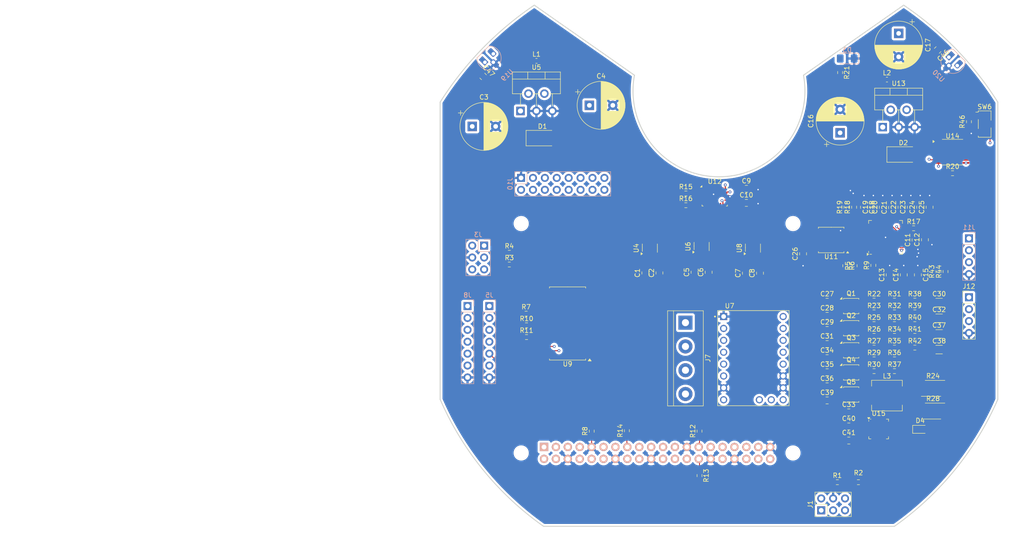
<source format=kicad_pcb>
(kicad_pcb
	(version 20240108)
	(generator "pcbnew")
	(generator_version "8.0")
	(general
		(thickness 1.6)
		(legacy_teardrops no)
	)
	(paper "A4")
	(layers
		(0 "F.Cu" signal)
		(1 "In1.Cu" signal)
		(2 "In2.Cu" signal)
		(31 "B.Cu" signal)
		(32 "B.Adhes" user "B.Adhesive")
		(33 "F.Adhes" user "F.Adhesive")
		(34 "B.Paste" user)
		(35 "F.Paste" user)
		(36 "B.SilkS" user "B.Silkscreen")
		(37 "F.SilkS" user "F.Silkscreen")
		(38 "B.Mask" user)
		(39 "F.Mask" user)
		(40 "Dwgs.User" user "User.Drawings")
		(41 "Cmts.User" user "User.Comments")
		(42 "Eco1.User" user "User.Eco1")
		(43 "Eco2.User" user "User.Eco2")
		(44 "Edge.Cuts" user)
		(45 "Margin" user)
		(46 "B.CrtYd" user "B.Courtyard")
		(47 "F.CrtYd" user "F.Courtyard")
		(48 "B.Fab" user)
		(49 "F.Fab" user)
		(50 "User.1" user)
		(51 "User.2" user)
		(52 "User.3" user)
		(53 "User.4" user)
		(54 "User.5" user)
		(55 "User.6" user)
		(56 "User.7" user)
		(57 "User.8" user)
		(58 "User.9" user)
	)
	(setup
		(stackup
			(layer "F.SilkS"
				(type "Top Silk Screen")
			)
			(layer "F.Paste"
				(type "Top Solder Paste")
			)
			(layer "F.Mask"
				(type "Top Solder Mask")
				(thickness 0.01)
			)
			(layer "F.Cu"
				(type "copper")
				(thickness 0.035)
			)
			(layer "dielectric 1"
				(type "prepreg")
				(thickness 0.1)
				(material "FR4")
				(epsilon_r 4.5)
				(loss_tangent 0.02)
			)
			(layer "In1.Cu"
				(type "copper")
				(thickness 0.035)
			)
			(layer "dielectric 2"
				(type "core")
				(thickness 1.24)
				(material "FR4")
				(epsilon_r 4.5)
				(loss_tangent 0.02)
			)
			(layer "In2.Cu"
				(type "copper")
				(thickness 0.035)
			)
			(layer "dielectric 3"
				(type "prepreg")
				(thickness 0.1)
				(material "FR4")
				(epsilon_r 4.5)
				(loss_tangent 0.02)
			)
			(layer "B.Cu"
				(type "copper")
				(thickness 0.035)
			)
			(layer "B.Mask"
				(type "Bottom Solder Mask")
				(thickness 0.01)
			)
			(layer "B.Paste"
				(type "Bottom Solder Paste")
			)
			(layer "B.SilkS"
				(type "Bottom Silk Screen")
			)
			(copper_finish "None")
			(dielectric_constraints no)
		)
		(pad_to_mask_clearance 0)
		(allow_soldermask_bridges_in_footprints no)
		(pcbplotparams
			(layerselection 0x00010fc_ffffffff)
			(plot_on_all_layers_selection 0x0000000_00000000)
			(disableapertmacros no)
			(usegerberextensions no)
			(usegerberattributes yes)
			(usegerberadvancedattributes yes)
			(creategerberjobfile yes)
			(dashed_line_dash_ratio 12.000000)
			(dashed_line_gap_ratio 3.000000)
			(svgprecision 4)
			(plotframeref no)
			(viasonmask no)
			(mode 1)
			(useauxorigin no)
			(hpglpennumber 1)
			(hpglpenspeed 20)
			(hpglpendiameter 15.000000)
			(pdf_front_fp_property_popups yes)
			(pdf_back_fp_property_popups yes)
			(dxfpolygonmode yes)
			(dxfimperialunits yes)
			(dxfusepcbnewfont yes)
			(psnegative no)
			(psa4output no)
			(plotreference yes)
			(plotvalue yes)
			(plotfptext yes)
			(plotinvisibletext no)
			(sketchpadsonfab no)
			(subtractmaskfromsilk no)
			(outputformat 1)
			(mirror no)
			(drillshape 1)
			(scaleselection 1)
			(outputdirectory "")
		)
	)
	(net 0 "")
	(net 1 "+5V")
	(net 2 "-BATT")
	(net 3 "Net-(M1-+)")
	(net 4 "VBUS")
	(net 5 "Net-(J5-Pin_2)")
	(net 6 "Net-(J8-Pin_2)")
	(net 7 "Net-(U12-CAP)")
	(net 8 "+3.3V")
	(net 9 "Net-(C11-Pad2)")
	(net 10 "Net-(U10-XIN)")
	(net 11 "Net-(U10-VREG_VOUT)")
	(net 12 "Net-(D1-K)")
	(net 13 "Net-(D2-K)")
	(net 14 "Bumper-F-R")
	(net 15 "US-Dist-Echo-Front")
	(net 16 "US-Dist-Trig-Front")
	(net 17 "Bumper-F-L")
	(net 18 "Bumper-B-R")
	(net 19 "US-Dist-Echo-Back")
	(net 20 "US-Dist-Trig-Back")
	(net 21 "Bumper-B-L")
	(net 22 "BottleDoor-UserButton-1")
	(net 23 "BottleDoor-Contact-1")
	(net 24 "BottleDoor-User-LED-1")
	(net 25 "BottleDoor-ServoPWM-1")
	(net 26 "Net-(J7-Pin_3)")
	(net 27 "Net-(J7-Pin_4)")
	(net 28 "Net-(J7-Pin_2)")
	(net 29 "Net-(J7-Pin_1)")
	(net 30 "BottleDoor-UserButton-2")
	(net 31 "BottleDoor-Contact-2")
	(net 32 "BottleDoor-User-LED-2")
	(net 33 "BottleDoor-ServoPWM-2")
	(net 34 "Net-(Q1-G)")
	(net 35 "Net-(Q2-D)")
	(net 36 "unconnected-(J10-Pin_9-Pad9)")
	(net 37 "Net-(U15-ACN)")
	(net 38 "unconnected-(J10-Pin_3-Pad3)")
	(net 39 "unconnected-(J10-Pin_8-Pad8)")
	(net 40 "unconnected-(J10-Pin_10-Pad10)")
	(net 41 "ChargeArm-PowerSwitch")
	(net 42 "unconnected-(U4-~{FLG}-Pad3)")
	(net 43 "unconnected-(U4-GND-Pad2)")
	(net 44 "unconnected-(U6-GND-Pad2)")
	(net 45 "BottleDoor-PowerSwitch-1")
	(net 46 "unconnected-(U6-~{FLG}-Pad3)")
	(net 47 "unconnected-(U8-GND-Pad2)")
	(net 48 "BottleDoor-PowerSwitch-2")
	(net 49 "unconnected-(U8-~{FLG}-Pad3)")
	(net 50 "unconnected-(U9-IO0_3-Pad7)")
	(net 51 "I2C-SCL")
	(net 52 "unconnected-(U9-IO1_0-Pad13)")
	(net 53 "Net-(U15-ACP)")
	(net 54 "unconnected-(U9-IO0_6-Pad10)")
	(net 55 "Net-(U1-GPIO22{slash}SDIO_CLK)")
	(net 56 "unconnected-(U9-IO0_7-Pad11)")
	(net 57 "Net-(U15-VCC)")
	(net 58 "I2C-SDA")
	(net 59 "Net-(Q3-D)")
	(net 60 "unconnected-(U10-GPIO22-Pad34)")
	(net 61 "Net-(U10-XOUT)")
	(net 62 "unconnected-(U10-GPIO18-Pad29)")
	(net 63 "unconnected-(U10-GPIO28_ADC2-Pad40)")
	(net 64 "Motor-SpreadChop")
	(net 65 "Net-(Q3-G)")
	(net 66 "TrackMagnetDetect1")
	(net 67 "Net-(U10-QSPI_SS)")
	(net 68 "TrackMagnetDetect2")
	(net 69 "Motor-EN")
	(net 70 "Net-(U10-USB_DM)")
	(net 71 "Net-(D4-A)")
	(net 72 "Motor-DIAG")
	(net 73 "unconnected-(U10-GPIO13-Pad16)")
	(net 74 "unconnected-(U10-GPIO17-Pad28)")
	(net 75 "unconnected-(U10-GPIO20-Pad31)")
	(net 76 "Net-(U10-QSPI_SD0)")
	(net 77 "unconnected-(U10-GPIO23-Pad35)")
	(net 78 "MotionC-RST")
	(net 79 "Net-(U10-QSPI_SD2)")
	(net 80 "Motor-1Wire-UART")
	(net 81 "unconnected-(U10-GPIO24-Pad36)")
	(net 82 "Net-(U10-QSPI_SD3)")
	(net 83 "Net-(U10-GPIO0)")
	(net 84 "Net-(U10-QSPI_SD1)")
	(net 85 "unconnected-(U10-GPIO19-Pad30)")
	(net 86 "Net-(U10-QSPI_SCLK)")
	(net 87 "Motor-Dir")
	(net 88 "Motor-IDX")
	(net 89 "Net-(U10-USB_DP)")
	(net 90 "unconnected-(U10-GPIO21-Pad32)")
	(net 91 "unconnected-(U10-SWCLK-Pad24)")
	(net 92 "Net-(D4-K)")
	(net 93 "unconnected-(U10-GPIO16-Pad27)")
	(net 94 "unconnected-(U10-SWD-Pad25)")
	(net 95 "Motor-Step")
	(net 96 "unconnected-(U10-GPIO29_ADC3-Pad41)")
	(net 97 "DrivePermission")
	(net 98 "Net-(Q5-D)")
	(net 99 "unconnected-(U12-PIN15-Pad15)")
	(net 100 "unconnected-(U12-PIN22-Pad22)")
	(net 101 "unconnected-(U12-PIN24-Pad24)")
	(net 102 "unconnected-(U12-BL_IND-Pad10)")
	(net 103 "unconnected-(U12-XIN32-Pad27)")
	(net 104 "Net-(U12-~{BOOT_LOAD_PIN})")
	(net 105 "unconnected-(U12-PIN23-Pad23)")
	(net 106 "Net-(U12-~{RESET})")
	(net 107 "unconnected-(U12-PIN12-Pad12)")
	(net 108 "unconnected-(U12-PIN7-Pad7)")
	(net 109 "unconnected-(U12-PIN1-Pad1)")
	(net 110 "unconnected-(U12-PIN13-Pad13)")
	(net 111 "IMU-INT")
	(net 112 "unconnected-(U12-PIN21-Pad21)")
	(net 113 "unconnected-(U12-PIN8-Pad8)")
	(net 114 "unconnected-(U12-XOUT32-Pad26)")
	(net 115 "unconnected-(U12-PIN16-Pad16)")
	(net 116 "Net-(U15-SRN)")
	(net 117 "PowerMonAlert")
	(net 118 "Net-(U15-SRP)")
	(net 119 "unconnected-(U14-NC-Pad13)")
	(net 120 "Net-(C37-Pad1)")
	(net 121 "Net-(C39-Pad2)")
	(net 122 "Net-(U15-TTC)")
	(net 123 "VCC")
	(net 124 "Net-(D3-A)")
	(net 125 "/DATA")
	(net 126 "unconnected-(J10-Pin_12-Pad12)")
	(net 127 "/RST")
	(net 128 "unconnected-(J10-Pin_11-Pad11)")
	(net 129 "/DC")
	(net 130 "unconnected-(J10-Pin_7-Pad7)")
	(net 131 "/CLK")
	(net 132 "unconnected-(J10-Pin_6-Pad6)")
	(net 133 "/CS")
	(net 134 "unconnected-(J10-Pin_13-Pad13)")
	(net 135 "USB_D-")
	(net 136 "USB_D+")
	(net 137 "unconnected-(J11-Pin_1-Pad1)")
	(net 138 "Net-(L3-Pad2)")
	(net 139 "+VDC")
	(net 140 "Net-(Q2-S-Pad1)")
	(net 141 "Net-(Q4-G)")
	(net 142 "Net-(Q5-G)")
	(net 143 "MotionC-BootOpt")
	(net 144 "Net-(U10-GPIO25)")
	(net 145 "Net-(U15-~{ACDRV})")
	(net 146 "Net-(U15-~{BATDRV})")
	(net 147 "ChargerStat1")
	(net 148 "ChargerStat2")
	(net 149 "ChargerStatPG")
	(net 150 "Net-(U15-ISET2)")
	(net 151 "Net-(U15-ISET1)")
	(net 152 "Net-(U15-ACSET)")
	(net 153 "Net-(R40-Pad2)")
	(net 154 "Net-(U15-TS)")
	(net 155 "I2C-SDA-MC")
	(net 156 "I2C-SCL-MC")
	(net 157 "Net-(SW6-A)")
	(net 158 "Net-(U14-VBUS)")
	(net 159 "unconnected-(U1-SDA_I2C1{slash}GPIO02-Pad3)")
	(net 160 "unconnected-(U1-3V3-Pad1)")
	(net 161 "unconnected-(U1-~{CE1}_SPI0{slash}GPIO07-Pad26)")
	(net 162 "Net-(SW6-B)")
	(net 163 "unconnected-(U1-SCL_I2C1{slash}GPIO03-Pad5)")
	(net 164 "unconnected-(U1-GPIO15{slash}UART_RXD-Pad10)")
	(net 165 "ChargeArm-ServoPWM")
	(net 166 "unconnected-(U1-GPCLK2{slash}GPIO06-Pad31)")
	(net 167 "unconnected-(U1-MISO_SPI0{slash}GPIO09-Pad21)")
	(net 168 "unconnected-(U1-3V3-Pad1)_1")
	(net 169 "unconnected-(U7-PDN-Pad11)")
	(net 170 "unconnected-(U1-GPIO16{slash}SPI1_~{CE2}-Pad36)")
	(footprint "Package_TO_SOT_SMD:SOT-23-5_HandSoldering" (layer "F.Cu") (at 119.4 89 90))
	(footprint "Capacitor_SMD:C_0805_2012Metric" (layer "F.Cu") (at 109.95 94.15 90))
	(footprint "Resistor_SMD:R_0603_1608Metric_Pad0.98x0.95mm_HandSolder" (layer "F.Cu") (at 67.4125 89.99))
	(footprint "Capacitor_SMD:C_0805_2012Metric" (layer "F.Cu") (at 154.6 94.7125 -90))
	(footprint "Inductor_SMD:L_0603_1608Metric" (layer "F.Cu") (at 148 53))
	(footprint "Diode_SMD:D_SMA" (layer "F.Cu") (at 151.5 69))
	(footprint "Package_SO:SOIC-8_5.23x5.23mm_P1.27mm" (layer "F.Cu") (at 136.1 87.2625 180))
	(footprint "Capacitor_THT:CP_Radial_D10.0mm_P5.00mm" (layer "F.Cu") (at 59.5 63))
	(footprint "Resistor_SMD:R_0603_1608Metric_Pad0.98x0.95mm_HandSolder" (layer "F.Cu") (at 71.0875 108))
	(footprint "Capacitor_SMD:C_1206_3216Metric_Pad1.33x1.80mm_HandSolder" (layer "F.Cu") (at 159.13 100.63))
	(footprint "Package_TO_SOT_SMD:SOT-23-5_HandSoldering" (layer "F.Cu") (at 108.45 88.65 90))
	(footprint "Capacitor_SMD:C_0805_2012Metric" (layer "F.Cu") (at 118 76.3275))
	(footprint "Resistor_SMD:R_0603_1608Metric_Pad0.98x0.95mm_HandSolder" (layer "F.Cu") (at 153.95 105.23))
	(footprint "Resistor_SMD:R_0603_1608Metric_Pad0.98x0.95mm_HandSolder" (layer "F.Cu") (at 105.0875 77.3275))
	(footprint "Capacitor_SMD:C_0805_2012Metric" (layer "F.Cu") (at 135.23 106.48))
	(footprint "Package_SO:Vishay_PowerPAK_1212-8_Single" (layer "F.Cu") (at 140.37 115.55))
	(footprint "Capacitor_SMD:C_0805_2012Metric" (layer "F.Cu") (at 118 79.3375))
	(footprint "Package_DFN_QFN:VQFN-24-1EP_4x4mm_P0.5mm_EP2.45x2.45mm" (layer "F.Cu") (at 146.23 127.63))
	(footprint "Capacitor_SMD:C_0805_2012Metric" (layer "F.Cu") (at 117.9 94.35 90))
	(footprint "Inductor_SMD:L_0603_1608Metric" (layer "F.Cu") (at 73.2125 49))
	(footprint "Capacitor_SMD:C_0805_2012Metric" (layer "F.Cu") (at 61.828249 52.328249 -45))
	(footprint "Package_TO_SOT_THT:TO-220-5_P3.4x3.7mm_StaggerOdd_Lead3.8mm_Vertical" (layer "F.Cu") (at 147.1 63.15))
	(footprint "Capacitor_SMD:C_0805_2012Metric" (layer "F.Cu") (at 147.1 80.262501 90))
	(footprint "Capacitor_SMD:C_0805_2012Metric" (layer "F.Cu") (at 145.1 80.262501 90))
	(footprint "Package_TO_SOT_THT:TO-220-5_P3.4x3.7mm_StaggerOdd_Lead3.8mm_Vertical" (layer "F.Cu") (at 69.8 59.7))
	(footprint "Resistor_SMD:R_0603_1608Metric_Pad0.98x0.95mm_HandSolder" (layer "F.Cu") (at 145.25 112.76))
	(footprint "Capacitor_SMD:C_0805_2012Metric" (layer "F.Cu") (at 96.44 94.3 90))
	(footprint "Capacitor_SMD:C_0805_2012Metric" (layer "F.Cu") (at 156.1 87.2125 90))
	(footprint "Capacitor_SMD:C_0805_2012Metric" (layer "F.Cu") (at 157.1 80.262501 90))
	(footprint "Resistor_SMD:R_0603_1608Metric_Pad0.98x0.95mm_HandSolder"
		(layer "F.Cu")
		(uuid "407ada15-51f0-4d04-a6d3-fcc6d25c6d36")
		(at 159 94 90)
		(descr "Resistor SMD 0603 (1608 Metric), square (rectangular) end terminal, IPC_7351 nominal with elongated pad for handsoldering. (Body size source: IPC-SM-782 page 72, https://www.pcb-3d.com/wordpress/wp-content/uploads/ipc-sm-782a_amendment_1_and_2.pdf), generated with kicad-footprint-generator")
		(tags "resistor handsolder")
		(property "Reference" "R43"
			(at 0 -1.43 90)
			(layer "F.SilkS")
			(uuid "f0622580-303e-4b42-b0b8-cae0e4e707b4")
			(effects
				(font
					(size 1 1)
					(thickness 0.15)
				)
			)
		)
		(property "Value" "10k"
			(at 0 1.43 90)
			(layer "F.Fab")
			(uuid "42183d2d-7f26-42cf-803a-8ec2f389ff76")
			(effects
				(font
					(size 1 1)
					(thickness 0.15)
				)
			)
		)
		(property "Footprint" "Resistor_SMD:R_0603_1608Metric_Pad0.98x0.95mm_HandSolder"
			(at 0 0 90)
			(unlocked yes)
			(layer "F.Fab")
			(hide yes)
			(uuid "68b390d3-b5cf-4650-9159-bfff1a99ed2b")
			(effects
				(font
					(size 1.27 1.27)
					(thickness 0.15)
				)
			)
		)
		(property "Datasheet" ""
			(at 0 0 90)
			(unlocked yes)
			(layer "F.Fab")
			(hide yes)
			(uuid "ba0b2df9-b5e2-4a14-8182-7f10cbd1aee6")
			(effects
				(font
					(size 1.27 1.27)
					(thickness 0.15)
				)
			)
		)
		(property "Description" "Resistor"
			(at 0 0 90)
			(unlocked yes)
			(layer "F.Fab")
			(hide yes)
			(uuid "7e99d6c8-8c04-4a88-a21d-d8d982c99b1a")
			(effects
				(font
					(size 1.27 1.27)
					(thickness 0.15)
				)
			)
		)
		(property ki_fp_filters "R_*")
		(path "/56aee285-bd45-4f89-8971-41cdb4afb097")
		(sheetname "Stammblatt")
		(sheetfile "monorail.kicad_sch")
		(attr smd)
		(fp_line
			(start -0.254724 -0.5225)
			(end 0.254724 -0.5225)
			(stroke
				(width 0.12)
				(type solid)
			)
			(layer "F.SilkS")
			(uuid "88a1ee82-39e0-4cf4-9bdc-2ca7120b81d2")
		)
		(fp_line
			(
... [951286 chars truncated]
</source>
